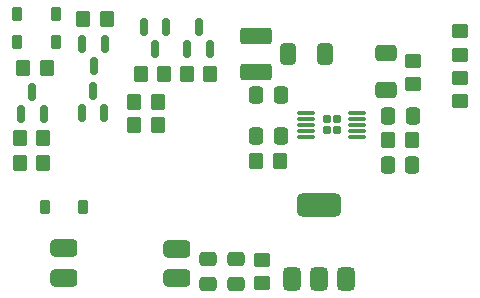
<source format=gbr>
%TF.GenerationSoftware,KiCad,Pcbnew,8.0.5*%
%TF.CreationDate,2025-01-23T11:22:46+01:00*%
%TF.ProjectId,PPP_v3_2,5050505f-7633-45f3-922e-6b696361645f,rev?*%
%TF.SameCoordinates,Original*%
%TF.FileFunction,Paste,Top*%
%TF.FilePolarity,Positive*%
%FSLAX46Y46*%
G04 Gerber Fmt 4.6, Leading zero omitted, Abs format (unit mm)*
G04 Created by KiCad (PCBNEW 8.0.5) date 2025-01-23 11:22:46*
%MOMM*%
%LPD*%
G01*
G04 APERTURE LIST*
G04 Aperture macros list*
%AMRoundRect*
0 Rectangle with rounded corners*
0 $1 Rounding radius*
0 $2 $3 $4 $5 $6 $7 $8 $9 X,Y pos of 4 corners*
0 Add a 4 corners polygon primitive as box body*
4,1,4,$2,$3,$4,$5,$6,$7,$8,$9,$2,$3,0*
0 Add four circle primitives for the rounded corners*
1,1,$1+$1,$2,$3*
1,1,$1+$1,$4,$5*
1,1,$1+$1,$6,$7*
1,1,$1+$1,$8,$9*
0 Add four rect primitives between the rounded corners*
20,1,$1+$1,$2,$3,$4,$5,0*
20,1,$1+$1,$4,$5,$6,$7,0*
20,1,$1+$1,$6,$7,$8,$9,0*
20,1,$1+$1,$8,$9,$2,$3,0*%
G04 Aperture macros list end*
%ADD10RoundRect,0.250000X0.337500X0.475000X-0.337500X0.475000X-0.337500X-0.475000X0.337500X-0.475000X0*%
%ADD11RoundRect,0.250000X-0.475000X0.337500X-0.475000X-0.337500X0.475000X-0.337500X0.475000X0.337500X0*%
%ADD12RoundRect,0.250000X0.475000X-0.337500X0.475000X0.337500X-0.475000X0.337500X-0.475000X-0.337500X0*%
%ADD13RoundRect,0.250000X-0.350000X-0.450000X0.350000X-0.450000X0.350000X0.450000X-0.350000X0.450000X0*%
%ADD14RoundRect,0.170000X-0.170000X-0.210000X0.170000X-0.210000X0.170000X0.210000X-0.170000X0.210000X0*%
%ADD15RoundRect,0.075000X-0.650000X-0.075000X0.650000X-0.075000X0.650000X0.075000X-0.650000X0.075000X0*%
%ADD16RoundRect,0.250001X1.074999X-0.462499X1.074999X0.462499X-1.074999X0.462499X-1.074999X-0.462499X0*%
%ADD17RoundRect,0.250000X0.350000X0.450000X-0.350000X0.450000X-0.350000X-0.450000X0.350000X-0.450000X0*%
%ADD18RoundRect,0.225000X-0.225000X-0.375000X0.225000X-0.375000X0.225000X0.375000X-0.225000X0.375000X0*%
%ADD19RoundRect,0.250000X0.650000X-0.412500X0.650000X0.412500X-0.650000X0.412500X-0.650000X-0.412500X0*%
%ADD20RoundRect,0.250000X-0.337500X-0.475000X0.337500X-0.475000X0.337500X0.475000X-0.337500X0.475000X0*%
%ADD21RoundRect,0.250000X-0.450000X0.350000X-0.450000X-0.350000X0.450000X-0.350000X0.450000X0.350000X0*%
%ADD22RoundRect,0.375000X0.375000X-0.625000X0.375000X0.625000X-0.375000X0.625000X-0.375000X-0.625000X0*%
%ADD23RoundRect,0.500000X1.400000X-0.500000X1.400000X0.500000X-1.400000X0.500000X-1.400000X-0.500000X0*%
%ADD24RoundRect,0.150000X-0.150000X0.587500X-0.150000X-0.587500X0.150000X-0.587500X0.150000X0.587500X0*%
%ADD25RoundRect,0.250000X0.450000X-0.350000X0.450000X0.350000X-0.450000X0.350000X-0.450000X-0.350000X0*%
%ADD26RoundRect,0.250000X-0.412500X-0.650000X0.412500X-0.650000X0.412500X0.650000X-0.412500X0.650000X0*%
%ADD27RoundRect,0.150000X0.150000X-0.587500X0.150000X0.587500X-0.150000X0.587500X-0.150000X-0.587500X0*%
%ADD28RoundRect,0.225000X0.225000X0.375000X-0.225000X0.375000X-0.225000X-0.375000X0.225000X-0.375000X0*%
%ADD29RoundRect,0.381000X-0.762000X-0.381000X0.762000X-0.381000X0.762000X0.381000X-0.762000X0.381000X0*%
G04 APERTURE END LIST*
D10*
%TO.C,C6*%
X160517500Y-85700000D03*
X158442500Y-85700000D03*
%TD*%
D11*
%TO.C,C2*%
X154370000Y-96145000D03*
X154370000Y-98220000D03*
%TD*%
D12*
%TO.C,C3*%
X156700000Y-98220000D03*
X156700000Y-96145000D03*
%TD*%
D13*
%TO.C,R13*%
X169600000Y-86050000D03*
X171600000Y-86050000D03*
%TD*%
D14*
%TO.C,U1*%
X164410000Y-84280000D03*
X164410000Y-85220000D03*
X165250000Y-84280000D03*
X165250000Y-85220000D03*
D15*
X162680000Y-83750000D03*
X162680000Y-84250000D03*
X162680000Y-84750000D03*
X162680000Y-85250000D03*
X162680000Y-85750000D03*
X166980000Y-85750000D03*
X166980000Y-85250000D03*
X166980000Y-84750000D03*
X166980000Y-84250000D03*
X166980000Y-83750000D03*
%TD*%
D13*
%TO.C,R3*%
X138670000Y-79900000D03*
X140670000Y-79900000D03*
%TD*%
D16*
%TO.C,L2*%
X158440000Y-80237500D03*
X158440000Y-77262500D03*
%TD*%
D17*
%TO.C,R11*%
X160440000Y-87810000D03*
X158440000Y-87810000D03*
%TD*%
D18*
%TO.C,D3*%
X140500000Y-91700000D03*
X143800000Y-91700000D03*
%TD*%
D19*
%TO.C,C5*%
X169400000Y-81802500D03*
X169400000Y-78677500D03*
%TD*%
D20*
%TO.C,C7*%
X169552500Y-88180000D03*
X171627500Y-88180000D03*
%TD*%
D21*
%TO.C,R10*%
X171720000Y-79310000D03*
X171720000Y-81310000D03*
%TD*%
D10*
%TO.C,C4*%
X160490000Y-82260000D03*
X158415000Y-82260000D03*
%TD*%
D22*
%TO.C,Q3*%
X161420000Y-97800000D03*
X163720000Y-97800000D03*
X166020000Y-97800000D03*
D23*
X163720000Y-91500000D03*
%TD*%
D13*
%TO.C,R6*%
X152550000Y-80425000D03*
X154550000Y-80425000D03*
%TD*%
D24*
%TO.C,Q1*%
X144650000Y-79800000D03*
X145600000Y-77925000D03*
X143700000Y-77925000D03*
%TD*%
D13*
%TO.C,R7*%
X148100000Y-84800000D03*
X150100000Y-84800000D03*
%TD*%
D25*
%TO.C,R14*%
X175680000Y-82760000D03*
X175680000Y-80760000D03*
%TD*%
D26*
%TO.C,C9*%
X161130000Y-78710000D03*
X164255000Y-78710000D03*
%TD*%
D18*
%TO.C,D2*%
X138200000Y-77700000D03*
X141500000Y-77700000D03*
%TD*%
D27*
%TO.C,Q4*%
X144600000Y-81900000D03*
X143650000Y-83775000D03*
X145550000Y-83775000D03*
%TD*%
D13*
%TO.C,R4*%
X148100000Y-82800000D03*
X150100000Y-82800000D03*
%TD*%
D25*
%TO.C,R2*%
X158910000Y-98160000D03*
X158910000Y-96160000D03*
%TD*%
D24*
%TO.C,Q2*%
X149850000Y-78302500D03*
X150800000Y-76427500D03*
X148900000Y-76427500D03*
%TD*%
D17*
%TO.C,R5*%
X150650000Y-80425000D03*
X148650000Y-80425000D03*
%TD*%
D28*
%TO.C,D1*%
X141450000Y-75400000D03*
X138150000Y-75400000D03*
%TD*%
D29*
%TO.C,L1*%
X142170000Y-95200000D03*
X142170000Y-97700000D03*
X151720000Y-97750000D03*
X151720000Y-95250000D03*
%TD*%
D27*
%TO.C,Q5*%
X139470000Y-81967500D03*
X138520000Y-83842500D03*
X140420000Y-83842500D03*
%TD*%
D17*
%TO.C,R9*%
X140400000Y-85900000D03*
X138400000Y-85900000D03*
%TD*%
D13*
%TO.C,R8*%
X138400000Y-88000000D03*
X140400000Y-88000000D03*
%TD*%
D20*
%TO.C,C8*%
X169615000Y-83980000D03*
X171690000Y-83980000D03*
%TD*%
D21*
%TO.C,R12*%
X175700000Y-76830000D03*
X175700000Y-78830000D03*
%TD*%
D27*
%TO.C,D4*%
X153540000Y-76425000D03*
X152590000Y-78300000D03*
X154490000Y-78300000D03*
%TD*%
D17*
%TO.C,R1*%
X145800000Y-75800000D03*
X143800000Y-75800000D03*
%TD*%
M02*

</source>
